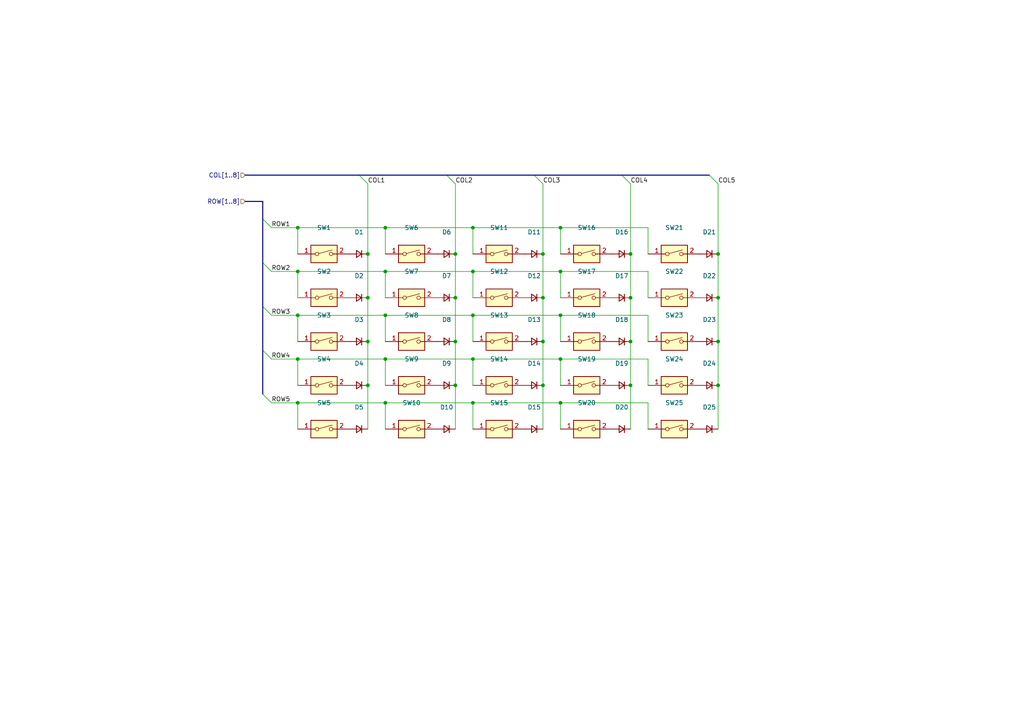
<source format=kicad_sch>
(kicad_sch (version 20211123) (generator eeschema)
  (paper "A4")
  (lib_symbols
    (symbol "Device:D_Small" (pin_numbers hide) (pin_names (offset 0.254) hide)
      (property "Reference" "D" (at -1.27 2.032 0))
      (property "Value" "D_Small" (at -3.81 -2.032 0))
      (symbol "D_Small_0_1"
        (polyline (pts (xy -0.762 -1.016) (xy -0.762 1.016)) (stroke (width 0.254)))
        (polyline (pts (xy -0.762 0) (xy 0.762 0)))
        (polyline (pts (xy 0.762 -1.016) (xy -0.762 0) (xy 0.762 1.016) (xy 0.762 -1.016)) (stroke (width 0.254)))
      )
      (symbol "D_Small_1_1"
        (pin passive line (at -2.54 0 0) (length 1.778) (name "K") (number "1"))
        (pin passive line (at 2.54 0 180) (length 1.778) (name "A") (number "2"))
      )
    )
    (symbol "Switch:SW_DIP_x01" (pin_names (offset 0) hide)
      (property "Reference" "SW" (at 0 3.81 0))
      (property "Value" "SW_DIP_x01" (at 0 -3.81 0))
      (symbol "SW_DIP_x01_0_0"
        (circle (center -2.032 0) (radius 0.508))
        (polyline (pts (xy -1.524 0.127) (xy 2.3622 1.1684)))
        (circle (center 2.032 0) (radius 0.508))
      )
      (symbol "SW_DIP_x01_0_1"
        (rectangle (start -3.81 2.54) (end 3.81 -2.54) (stroke (width 0.254)) (fill (type background)))
      )
      (symbol "SW_DIP_x01_1_1"
        (pin passive line (at -7.62 0 0) (length 5.08) (name "~") (number "1"))
        (pin passive line (at 7.62 0 180) (length 5.08) (name "~") (number "2"))
      )
    )
  )
  (junction (at 111.76 66.04))
  (junction (at 86.36 104.14))
  (junction (at 157.48 99.06))
  (junction (at 182.88 99.06))
  (junction (at 86.36 78.74))
  (junction (at 208.28 86.36))
  (junction (at 86.36 66.04))
  (junction (at 132.08 86.36))
  (junction (at 157.48 86.36))
  (junction (at 86.36 91.44))
  (junction (at 162.56 91.44))
  (junction (at 132.08 99.06))
  (junction (at 182.88 111.76))
  (junction (at 86.36 116.84))
  (junction (at 137.16 66.04))
  (junction (at 111.76 116.84))
  (junction (at 162.56 66.04))
  (junction (at 162.56 104.14))
  (junction (at 162.56 78.74))
  (junction (at 137.16 104.14))
  (junction (at 208.28 111.76))
  (junction (at 157.48 111.76))
  (junction (at 137.16 78.74))
  (junction (at 111.76 78.74))
  (junction (at 208.28 73.66))
  (junction (at 106.68 99.06))
  (junction (at 182.88 73.66))
  (junction (at 132.08 111.76))
  (junction (at 132.08 73.66))
  (junction (at 106.68 111.76))
  (junction (at 157.48 73.66))
  (junction (at 111.76 91.44))
  (junction (at 182.88 86.36))
  (junction (at 111.76 104.14))
  (junction (at 106.68 86.36))
  (junction (at 106.68 73.66))
  (junction (at 162.56 116.84))
  (junction (at 137.16 116.84))
  (junction (at 208.28 99.06))
  (junction (at 137.16 91.44))
  (bus_entry (at 129.54 50.8) (size 2.54 2.54))
  (bus_entry (at 104.14 50.8) (size 2.54 2.54))
  (bus_entry (at 78.74 78.74) (size -2.54 -2.54))
  (bus_entry (at 205.74 50.8) (size 2.54 2.54))
  (bus_entry (at 78.74 66.04) (size -2.54 -2.54))
  (bus_entry (at 78.74 104.14) (size -2.54 -2.54))
  (bus_entry (at 78.74 91.44) (size -2.54 -2.54))
  (bus_entry (at 78.74 116.84) (size -2.54 -2.54))
  (bus_entry (at 154.94 50.8) (size 2.54 2.54))
  (bus_entry (at 180.34 50.8) (size 2.54 2.54))
  (wire (pts (xy 137.16 91.44) (xy 162.56 91.44)))
  (bus (pts (xy 104.14 50.8) (xy 129.54 50.8)))
  (wire (pts (xy 132.08 86.36) (xy 132.08 99.06)))
  (wire (pts (xy 111.76 116.84) (xy 111.76 124.46)))
  (wire (pts (xy 86.36 78.74) (xy 111.76 78.74)))
  (wire (pts (xy 86.36 116.84) (xy 78.74 116.84)))
  (wire (pts (xy 137.16 116.84) (xy 111.76 116.84)))
  (wire (pts (xy 78.74 104.14) (xy 86.36 104.14)))
  (wire (pts (xy 162.56 104.14) (xy 187.96 104.14)))
  (wire (pts (xy 111.76 78.74) (xy 137.16 78.74)))
  (wire (pts (xy 157.48 73.66) (xy 157.48 86.36)))
  (bus (pts (xy 129.54 50.8) (xy 154.94 50.8)))
  (wire (pts (xy 137.16 66.04) (xy 111.76 66.04)))
  (wire (pts (xy 157.48 53.34) (xy 157.48 73.66)))
  (bus (pts (xy 71.12 58.42) (xy 76.2 58.42)))
  (wire (pts (xy 208.28 111.76) (xy 208.28 124.46)))
  (wire (pts (xy 132.08 73.66) (xy 132.08 86.36)))
  (bus (pts (xy 180.34 50.8) (xy 205.74 50.8)))
  (wire (pts (xy 157.48 111.76) (xy 157.48 124.46)))
  (wire (pts (xy 86.36 104.14) (xy 111.76 104.14)))
  (wire (pts (xy 157.48 86.36) (xy 157.48 99.06)))
  (wire (pts (xy 187.96 66.04) (xy 187.96 73.66)))
  (wire (pts (xy 208.28 99.06) (xy 208.28 111.76)))
  (wire (pts (xy 111.76 99.06) (xy 111.76 91.44)))
  (wire (pts (xy 137.16 86.36) (xy 137.16 78.74)))
  (wire (pts (xy 162.56 91.44) (xy 187.96 91.44)))
  (wire (pts (xy 187.96 91.44) (xy 187.96 99.06)))
  (wire (pts (xy 86.36 66.04) (xy 78.74 66.04)))
  (wire (pts (xy 162.56 78.74) (xy 162.56 86.36)))
  (wire (pts (xy 208.28 53.34) (xy 208.28 73.66)))
  (wire (pts (xy 157.48 99.06) (xy 157.48 111.76)))
  (wire (pts (xy 111.76 66.04) (xy 86.36 66.04)))
  (bus (pts (xy 76.2 88.9) (xy 76.2 101.6)))
  (wire (pts (xy 187.96 66.04) (xy 162.56 66.04)))
  (bus (pts (xy 71.12 50.8) (xy 104.14 50.8)))
  (wire (pts (xy 208.28 86.36) (xy 208.28 99.06)))
  (bus (pts (xy 76.2 63.5) (xy 76.2 76.2)))
  (wire (pts (xy 182.88 86.36) (xy 182.88 99.06)))
  (wire (pts (xy 132.08 111.76) (xy 132.08 124.46)))
  (wire (pts (xy 187.96 116.84) (xy 187.96 124.46)))
  (wire (pts (xy 106.68 86.36) (xy 106.68 99.06)))
  (wire (pts (xy 106.68 111.76) (xy 106.68 124.46)))
  (wire (pts (xy 137.16 116.84) (xy 137.16 124.46)))
  (wire (pts (xy 137.16 104.14) (xy 162.56 104.14)))
  (wire (pts (xy 78.74 91.44) (xy 86.36 91.44)))
  (wire (pts (xy 137.16 104.14) (xy 137.16 111.76)))
  (wire (pts (xy 182.88 73.66) (xy 182.88 86.36)))
  (bus (pts (xy 76.2 58.42) (xy 76.2 63.5)))
  (wire (pts (xy 162.56 124.46) (xy 162.56 116.84)))
  (wire (pts (xy 111.76 104.14) (xy 137.16 104.14)))
  (wire (pts (xy 182.88 53.34) (xy 182.88 73.66)))
  (wire (pts (xy 86.36 91.44) (xy 86.36 99.06)))
  (bus (pts (xy 154.94 50.8) (xy 180.34 50.8)))
  (wire (pts (xy 162.56 66.04) (xy 162.56 73.66)))
  (wire (pts (xy 137.16 66.04) (xy 137.16 73.66)))
  (wire (pts (xy 86.36 104.14) (xy 86.36 111.76)))
  (wire (pts (xy 182.88 111.76) (xy 182.88 124.46)))
  (wire (pts (xy 111.76 91.44) (xy 137.16 91.44)))
  (wire (pts (xy 162.56 116.84) (xy 187.96 116.84)))
  (wire (pts (xy 111.76 66.04) (xy 111.76 73.66)))
  (wire (pts (xy 162.56 66.04) (xy 137.16 66.04)))
  (wire (pts (xy 106.68 99.06) (xy 106.68 111.76)))
  (bus (pts (xy 76.2 101.6) (xy 76.2 114.3)))
  (bus (pts (xy 76.2 76.2) (xy 76.2 88.9)))
  (wire (pts (xy 106.68 73.66) (xy 106.68 86.36)))
  (wire (pts (xy 111.76 116.84) (xy 86.36 116.84)))
  (wire (pts (xy 78.74 78.74) (xy 86.36 78.74)))
  (wire (pts (xy 187.96 78.74) (xy 187.96 86.36)))
  (wire (pts (xy 187.96 104.14) (xy 187.96 111.76)))
  (wire (pts (xy 137.16 91.44) (xy 137.16 99.06)))
  (wire (pts (xy 86.36 66.04) (xy 86.36 73.66)))
  (wire (pts (xy 106.68 53.34) (xy 106.68 73.66)))
  (wire (pts (xy 111.76 104.14) (xy 111.76 111.76)))
  (wire (pts (xy 132.08 99.06) (xy 132.08 111.76)))
  (wire (pts (xy 111.76 78.74) (xy 111.76 86.36)))
  (wire (pts (xy 162.56 78.74) (xy 187.96 78.74)))
  (wire (pts (xy 137.16 78.74) (xy 162.56 78.74)))
  (wire (pts (xy 86.36 91.44) (xy 111.76 91.44)))
  (wire (pts (xy 137.16 116.84) (xy 162.56 116.84)))
  (wire (pts (xy 162.56 99.06) (xy 162.56 91.44)))
  (wire (pts (xy 208.28 73.66) (xy 208.28 86.36)))
  (wire (pts (xy 132.08 53.34) (xy 132.08 73.66)))
  (wire (pts (xy 86.36 116.84) (xy 86.36 124.46)))
  (wire (pts (xy 162.56 104.14) (xy 162.56 111.76)))
  (wire (pts (xy 86.36 78.74) (xy 86.36 86.36)))
  (wire (pts (xy 182.88 99.06) (xy 182.88 111.76)))
  (label "COL2" (at 132.08 53.34 0))
  (label "COL4" (at 182.88 53.34 0))
  (label "ROW2" (at 78.74 78.74 0))
  (label "ROW3" (at 78.74 91.44 0))
  (label "COL3" (at 157.48 53.34 0))
  (label "ROW1" (at 78.74 66.04 0))
  (label "ROW5" (at 78.74 116.84 0))
  (label "COL5" (at 208.28 53.34 0))
  (label "COL1" (at 106.68 53.34 0))
  (label "ROW4" (at 78.74 104.14 0))
  (hierarchical_label "ROW[1..8]" (shape input) (at 71.12 58.42 180))
  (hierarchical_label "COL[1..8]" (shape input) (at 71.12 50.8 180))
  (symbol (lib_id "Switch:SW_DIP_x01") (at 170.18 124.46 0) (unit 1)
    (property "Reference" "SW20" (at 170.18 116.84 0))
  )
  (symbol (lib_id "Switch:SW_DIP_x01") (at 93.98 111.76 0) (unit 1)
    (property "Reference" "SW4" (at 93.98 104.14 0))
  )
  (symbol (lib_id "Device:D_Small") (at 180.34 124.46 180) (unit 1)
    (property "Reference" "D20" (at 180.34 118.11 0))
  )
  (symbol (lib_id "Device:D_Small") (at 129.54 86.36 180) (unit 1)
    (property "Reference" "D7" (at 129.54 80.01 0))
  )
  (symbol (lib_id "Device:D_Small") (at 154.94 99.06 180) (unit 1)
    (property "Reference" "D13" (at 154.94 92.71 0))
  )
  (symbol (lib_id "Device:D_Small") (at 129.54 124.46 180) (unit 1)
    (property "Reference" "D10" (at 129.54 118.11 0))
  )
  (symbol (lib_id "Device:D_Small") (at 180.34 86.36 180) (unit 1)
    (property "Reference" "D17" (at 180.34 80.01 0))
  )
  (symbol (lib_id "Switch:SW_DIP_x01") (at 195.58 73.66 0) (unit 1)
    (property "Reference" "SW21" (at 195.58 66.04 0))
  )
  (symbol (lib_id "Device:D_Small") (at 104.14 111.76 180) (unit 1)
    (property "Reference" "D4" (at 104.14 105.41 0))
  )
  (symbol (lib_id "Switch:SW_DIP_x01") (at 170.18 86.36 0) (unit 1)
    (property "Reference" "SW17" (at 170.18 78.74 0))
  )
  (symbol (lib_id "Switch:SW_DIP_x01") (at 144.78 86.36 0) (unit 1)
    (property "Reference" "SW12" (at 144.78 78.74 0))
  )
  (symbol (lib_id "Device:D_Small") (at 154.94 73.66 180) (unit 1)
    (property "Reference" "D11" (at 154.94 67.31 0))
  )
  (symbol (lib_id "Switch:SW_DIP_x01") (at 119.38 86.36 0) (unit 1)
    (property "Reference" "SW7" (at 119.38 78.74 0))
  )
  (symbol (lib_id "Switch:SW_DIP_x01") (at 93.98 73.66 0) (unit 1)
    (property "Reference" "SW1" (at 93.98 66.04 0))
  )
  (symbol (lib_id "Switch:SW_DIP_x01") (at 144.78 73.66 0) (unit 1)
    (property "Reference" "SW11" (at 144.78 66.04 0))
  )
  (symbol (lib_id "Device:D_Small") (at 129.54 73.66 180) (unit 1)
    (property "Reference" "D6" (at 129.54 67.31 0))
  )
  (symbol (lib_id "Switch:SW_DIP_x01") (at 93.98 124.46 0) (unit 1)
    (property "Reference" "SW5" (at 93.98 116.84 0))
  )
  (symbol (lib_id "Device:D_Small") (at 129.54 99.06 180) (unit 1)
    (property "Reference" "D8" (at 129.54 92.71 0))
  )
  (symbol (lib_id "Switch:SW_DIP_x01") (at 119.38 111.76 0) (unit 1)
    (property "Reference" "SW9" (at 119.38 104.14 0))
  )
  (symbol (lib_id "Switch:SW_DIP_x01") (at 195.58 86.36 0) (unit 1)
    (property "Reference" "SW22" (at 195.58 78.74 0))
  )
  (symbol (lib_id "Switch:SW_DIP_x01") (at 119.38 124.46 0) (unit 1)
    (property "Reference" "SW10" (at 119.38 116.84 0))
  )
  (symbol (lib_id "Device:D_Small") (at 104.14 73.66 180) (unit 1)
    (property "Reference" "D1" (at 104.14 67.31 0))
  )
  (symbol (lib_id "Device:D_Small") (at 205.74 86.36 180) (unit 1)
    (property "Reference" "D22" (at 205.74 80.01 0))
  )
  (symbol (lib_id "Device:D_Small") (at 104.14 124.46 180) (unit 1)
    (property "Reference" "D5" (at 104.14 118.11 0))
  )
  (symbol (lib_id "Device:D_Small") (at 129.54 111.76 180) (unit 1)
    (property "Reference" "D9" (at 129.54 105.41 0))
  )
  (symbol (lib_id "Device:D_Small") (at 154.94 111.76 180) (unit 1)
    (property "Reference" "D14" (at 154.94 105.41 0))
  )
  (symbol (lib_id "Device:D_Small") (at 180.34 111.76 180) (unit 1)
    (property "Reference" "D19" (at 180.34 105.41 0))
  )
  (symbol (lib_id "Switch:SW_DIP_x01") (at 144.78 111.76 0) (unit 1)
    (property "Reference" "SW14" (at 144.78 104.14 0))
  )
  (symbol (lib_id "Device:D_Small") (at 205.74 73.66 180) (unit 1)
    (property "Reference" "D21" (at 205.74 67.31 0))
  )
  (symbol (lib_id "Device:D_Small") (at 180.34 73.66 180) (unit 1)
    (property "Reference" "D16" (at 180.34 67.31 0))
  )
  (symbol (lib_id "Device:D_Small") (at 205.74 111.76 180) (unit 1)
    (property "Reference" "D24" (at 205.74 105.41 0))
  )
  (symbol (lib_id "Switch:SW_DIP_x01") (at 170.18 73.66 0) (unit 1)
    (property "Reference" "SW16" (at 170.18 66.04 0))
  )
  (symbol (lib_id "Switch:SW_DIP_x01") (at 170.18 111.76 0) (unit 1)
    (property "Reference" "SW19" (at 170.18 104.14 0))
  )
  (symbol (lib_id "Device:D_Small") (at 104.14 86.36 180) (unit 1)
    (property "Reference" "D2" (at 104.14 80.01 0))
  )
  (symbol (lib_id "Switch:SW_DIP_x01") (at 144.78 124.46 0) (unit 1)
    (property "Reference" "SW15" (at 144.78 116.84 0))
  )
  (symbol (lib_id "Switch:SW_DIP_x01") (at 144.78 99.06 0) (unit 1)
    (property "Reference" "SW13" (at 144.78 91.44 0))
  )
  (symbol (lib_id "Device:D_Small") (at 154.94 124.46 180) (unit 1)
    (property "Reference" "D15" (at 154.94 118.11 0))
  )
  (symbol (lib_id "Switch:SW_DIP_x01") (at 195.58 111.76 0) (unit 1)
    (property "Reference" "SW24" (at 195.58 104.14 0))
  )
  (symbol (lib_id "Switch:SW_DIP_x01") (at 119.38 73.66 0) (unit 1)
    (property "Reference" "SW6" (at 119.38 66.04 0))
  )
  (symbol (lib_id "Device:D_Small") (at 154.94 86.36 180) (unit 1)
    (property "Reference" "D12" (at 154.94 80.01 0))
  )
  (symbol (lib_id "Device:D_Small") (at 205.74 124.46 180) (unit 1)
    (property "Reference" "D25" (at 205.74 118.11 0))
  )
  (symbol (lib_id "Device:D_Small") (at 205.74 99.06 180) (unit 1)
    (property "Reference" "D23" (at 205.74 92.71 0))
  )
  (symbol (lib_id "Switch:SW_DIP_x01") (at 195.58 99.06 0) (unit 1)
    (property "Reference" "SW23" (at 195.58 91.44 0))
  )
  (symbol (lib_id "Switch:SW_DIP_x01") (at 195.58 124.46 0) (unit 1)
    (property "Reference" "SW25" (at 195.58 116.84 0))
  )
  (symbol (lib_id "Device:D_Small") (at 104.14 99.06 180) (unit 1)
    (property "Reference" "D3" (at 104.14 92.71 0))
  )
  (symbol (lib_id "Switch:SW_DIP_x01") (at 93.98 99.06 0) (unit 1)
    (property "Reference" "SW3" (at 93.98 91.44 0))
  )
  (symbol (lib_id "Switch:SW_DIP_x01") (at 170.18 99.06 0) (unit 1)
    (property "Reference" "SW18" (at 170.18 91.44 0))
  )
  (symbol (lib_id "Device:D_Small") (at 180.34 99.06 180) (unit 1)
    (property "Reference" "D18" (at 180.34 92.71 0))
  )
  (symbol (lib_id "Switch:SW_DIP_x01") (at 93.98 86.36 0) (unit 1)
    (property "Reference" "SW2" (at 93.98 78.74 0))
  )
  (symbol (lib_id "Switch:SW_DIP_x01") (at 119.38 99.06 0) (unit 1)
    (property "Reference" "SW8" (at 119.38 91.44 0))
  )
)
</source>
